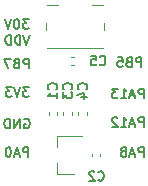
<source format=gbr>
%TF.GenerationSoftware,KiCad,Pcbnew,(5.1.7-0-10_14)*%
%TF.CreationDate,2020-11-09T11:56:13+00:00*%
%TF.ProjectId,STM32G031J6_Breakout,53544d33-3247-4303-9331-4a365f427265,rev?*%
%TF.SameCoordinates,Original*%
%TF.FileFunction,Legend,Bot*%
%TF.FilePolarity,Positive*%
%FSLAX46Y46*%
G04 Gerber Fmt 4.6, Leading zero omitted, Abs format (unit mm)*
G04 Created by KiCad (PCBNEW (5.1.7-0-10_14)) date 2020-11-09 11:56:13*
%MOMM*%
%LPD*%
G01*
G04 APERTURE LIST*
%ADD10C,0.150000*%
%ADD11C,0.120000*%
G04 APERTURE END LIST*
D10*
X143300285Y-99421904D02*
X143300285Y-98621904D01*
X142995523Y-98621904D01*
X142919333Y-98660000D01*
X142881238Y-98698095D01*
X142843142Y-98774285D01*
X142843142Y-98888571D01*
X142881238Y-98964761D01*
X142919333Y-99002857D01*
X142995523Y-99040952D01*
X143300285Y-99040952D01*
X142538380Y-99193333D02*
X142157428Y-99193333D01*
X142614571Y-99421904D02*
X142347904Y-98621904D01*
X142081238Y-99421904D01*
X141395523Y-99421904D02*
X141852666Y-99421904D01*
X141624095Y-99421904D02*
X141624095Y-98621904D01*
X141700285Y-98736190D01*
X141776476Y-98812380D01*
X141852666Y-98850476D01*
X141090761Y-98698095D02*
X141052666Y-98660000D01*
X140976476Y-98621904D01*
X140786000Y-98621904D01*
X140709809Y-98660000D01*
X140671714Y-98698095D01*
X140633619Y-98774285D01*
X140633619Y-98850476D01*
X140671714Y-98964761D01*
X141128857Y-99421904D01*
X140633619Y-99421904D01*
X143300333Y-101961904D02*
X143300333Y-101161904D01*
X142995571Y-101161904D01*
X142919380Y-101200000D01*
X142881285Y-101238095D01*
X142843190Y-101314285D01*
X142843190Y-101428571D01*
X142881285Y-101504761D01*
X142919380Y-101542857D01*
X142995571Y-101580952D01*
X143300333Y-101580952D01*
X142538428Y-101733333D02*
X142157476Y-101733333D01*
X142614619Y-101961904D02*
X142347952Y-101161904D01*
X142081285Y-101961904D01*
X141700333Y-101504761D02*
X141776523Y-101466666D01*
X141814619Y-101428571D01*
X141852714Y-101352380D01*
X141852714Y-101314285D01*
X141814619Y-101238095D01*
X141776523Y-101200000D01*
X141700333Y-101161904D01*
X141547952Y-101161904D01*
X141471761Y-101200000D01*
X141433666Y-101238095D01*
X141395571Y-101314285D01*
X141395571Y-101352380D01*
X141433666Y-101428571D01*
X141471761Y-101466666D01*
X141547952Y-101504761D01*
X141700333Y-101504761D01*
X141776523Y-101542857D01*
X141814619Y-101580952D01*
X141852714Y-101657142D01*
X141852714Y-101809523D01*
X141814619Y-101885714D01*
X141776523Y-101923809D01*
X141700333Y-101961904D01*
X141547952Y-101961904D01*
X141471761Y-101923809D01*
X141433666Y-101885714D01*
X141395571Y-101809523D01*
X141395571Y-101657142D01*
X141433666Y-101580952D01*
X141471761Y-101542857D01*
X141547952Y-101504761D01*
X143300285Y-97008904D02*
X143300285Y-96208904D01*
X142995523Y-96208904D01*
X142919333Y-96247000D01*
X142881238Y-96285095D01*
X142843142Y-96361285D01*
X142843142Y-96475571D01*
X142881238Y-96551761D01*
X142919333Y-96589857D01*
X142995523Y-96627952D01*
X143300285Y-96627952D01*
X142538380Y-96780333D02*
X142157428Y-96780333D01*
X142614571Y-97008904D02*
X142347904Y-96208904D01*
X142081238Y-97008904D01*
X141395523Y-97008904D02*
X141852666Y-97008904D01*
X141624095Y-97008904D02*
X141624095Y-96208904D01*
X141700285Y-96323190D01*
X141776476Y-96399380D01*
X141852666Y-96437476D01*
X141128857Y-96208904D02*
X140633619Y-96208904D01*
X140900285Y-96513666D01*
X140786000Y-96513666D01*
X140709809Y-96551761D01*
X140671714Y-96589857D01*
X140633619Y-96666047D01*
X140633619Y-96856523D01*
X140671714Y-96932714D01*
X140709809Y-96970809D01*
X140786000Y-97008904D01*
X141014571Y-97008904D01*
X141090761Y-96970809D01*
X141128857Y-96932714D01*
X143103476Y-94341904D02*
X143103476Y-93541904D01*
X142798714Y-93541904D01*
X142722523Y-93580000D01*
X142684428Y-93618095D01*
X142646333Y-93694285D01*
X142646333Y-93808571D01*
X142684428Y-93884761D01*
X142722523Y-93922857D01*
X142798714Y-93960952D01*
X143103476Y-93960952D01*
X142036809Y-93922857D02*
X141922523Y-93960952D01*
X141884428Y-93999047D01*
X141846333Y-94075238D01*
X141846333Y-94189523D01*
X141884428Y-94265714D01*
X141922523Y-94303809D01*
X141998714Y-94341904D01*
X142303476Y-94341904D01*
X142303476Y-93541904D01*
X142036809Y-93541904D01*
X141960619Y-93580000D01*
X141922523Y-93618095D01*
X141884428Y-93694285D01*
X141884428Y-93770476D01*
X141922523Y-93846666D01*
X141960619Y-93884761D01*
X142036809Y-93922857D01*
X142303476Y-93922857D01*
X141122523Y-93541904D02*
X141503476Y-93541904D01*
X141541571Y-93922857D01*
X141503476Y-93884761D01*
X141427285Y-93846666D01*
X141236809Y-93846666D01*
X141160619Y-93884761D01*
X141122523Y-93922857D01*
X141084428Y-93999047D01*
X141084428Y-94189523D01*
X141122523Y-94265714D01*
X141160619Y-94303809D01*
X141236809Y-94341904D01*
X141427285Y-94341904D01*
X141503476Y-94303809D01*
X141541571Y-94265714D01*
X133521333Y-101961904D02*
X133521333Y-101161904D01*
X133216571Y-101161904D01*
X133140380Y-101200000D01*
X133102285Y-101238095D01*
X133064190Y-101314285D01*
X133064190Y-101428571D01*
X133102285Y-101504761D01*
X133140380Y-101542857D01*
X133216571Y-101580952D01*
X133521333Y-101580952D01*
X132759428Y-101733333D02*
X132378476Y-101733333D01*
X132835619Y-101961904D02*
X132568952Y-101161904D01*
X132302285Y-101961904D01*
X131883238Y-101161904D02*
X131807047Y-101161904D01*
X131730857Y-101200000D01*
X131692761Y-101238095D01*
X131654666Y-101314285D01*
X131616571Y-101466666D01*
X131616571Y-101657142D01*
X131654666Y-101809523D01*
X131692761Y-101885714D01*
X131730857Y-101923809D01*
X131807047Y-101961904D01*
X131883238Y-101961904D01*
X131959428Y-101923809D01*
X131997523Y-101885714D01*
X132035619Y-101809523D01*
X132073714Y-101657142D01*
X132073714Y-101466666D01*
X132035619Y-101314285D01*
X131997523Y-101238095D01*
X131959428Y-101200000D01*
X131883238Y-101161904D01*
X133197523Y-98787000D02*
X133273714Y-98748904D01*
X133388000Y-98748904D01*
X133502285Y-98787000D01*
X133578476Y-98863190D01*
X133616571Y-98939380D01*
X133654666Y-99091761D01*
X133654666Y-99206047D01*
X133616571Y-99358428D01*
X133578476Y-99434619D01*
X133502285Y-99510809D01*
X133388000Y-99548904D01*
X133311809Y-99548904D01*
X133197523Y-99510809D01*
X133159428Y-99472714D01*
X133159428Y-99206047D01*
X133311809Y-99206047D01*
X132816571Y-99548904D02*
X132816571Y-98748904D01*
X132359428Y-99548904D01*
X132359428Y-98748904D01*
X131978476Y-99548904D02*
X131978476Y-98748904D01*
X131788000Y-98748904D01*
X131673714Y-98787000D01*
X131597523Y-98863190D01*
X131559428Y-98939380D01*
X131521333Y-99091761D01*
X131521333Y-99206047D01*
X131559428Y-99358428D01*
X131597523Y-99434619D01*
X131673714Y-99510809D01*
X131788000Y-99548904D01*
X131978476Y-99548904D01*
X133578476Y-96081904D02*
X133083238Y-96081904D01*
X133349904Y-96386666D01*
X133235619Y-96386666D01*
X133159428Y-96424761D01*
X133121333Y-96462857D01*
X133083238Y-96539047D01*
X133083238Y-96729523D01*
X133121333Y-96805714D01*
X133159428Y-96843809D01*
X133235619Y-96881904D01*
X133464190Y-96881904D01*
X133540380Y-96843809D01*
X133578476Y-96805714D01*
X132854666Y-96081904D02*
X132588000Y-96881904D01*
X132321333Y-96081904D01*
X132130857Y-96081904D02*
X131635619Y-96081904D01*
X131902285Y-96386666D01*
X131788000Y-96386666D01*
X131711809Y-96424761D01*
X131673714Y-96462857D01*
X131635619Y-96539047D01*
X131635619Y-96729523D01*
X131673714Y-96805714D01*
X131711809Y-96843809D01*
X131788000Y-96881904D01*
X132016571Y-96881904D01*
X132092761Y-96843809D01*
X132130857Y-96805714D01*
X133578476Y-94468904D02*
X133578476Y-93668904D01*
X133273714Y-93668904D01*
X133197523Y-93707000D01*
X133159428Y-93745095D01*
X133121333Y-93821285D01*
X133121333Y-93935571D01*
X133159428Y-94011761D01*
X133197523Y-94049857D01*
X133273714Y-94087952D01*
X133578476Y-94087952D01*
X132511809Y-94049857D02*
X132397523Y-94087952D01*
X132359428Y-94126047D01*
X132321333Y-94202238D01*
X132321333Y-94316523D01*
X132359428Y-94392714D01*
X132397523Y-94430809D01*
X132473714Y-94468904D01*
X132778476Y-94468904D01*
X132778476Y-93668904D01*
X132511809Y-93668904D01*
X132435619Y-93707000D01*
X132397523Y-93745095D01*
X132359428Y-93821285D01*
X132359428Y-93897476D01*
X132397523Y-93973666D01*
X132435619Y-94011761D01*
X132511809Y-94049857D01*
X132778476Y-94049857D01*
X132054666Y-93668904D02*
X131521333Y-93668904D01*
X131864190Y-94468904D01*
X133578476Y-90326904D02*
X133083238Y-90326904D01*
X133349904Y-90631666D01*
X133235619Y-90631666D01*
X133159428Y-90669761D01*
X133121333Y-90707857D01*
X133083238Y-90784047D01*
X133083238Y-90974523D01*
X133121333Y-91050714D01*
X133159428Y-91088809D01*
X133235619Y-91126904D01*
X133464190Y-91126904D01*
X133540380Y-91088809D01*
X133578476Y-91050714D01*
X132588000Y-90326904D02*
X132511809Y-90326904D01*
X132435619Y-90365000D01*
X132397523Y-90403095D01*
X132359428Y-90479285D01*
X132321333Y-90631666D01*
X132321333Y-90822142D01*
X132359428Y-90974523D01*
X132397523Y-91050714D01*
X132435619Y-91088809D01*
X132511809Y-91126904D01*
X132588000Y-91126904D01*
X132664190Y-91088809D01*
X132702285Y-91050714D01*
X132740380Y-90974523D01*
X132778476Y-90822142D01*
X132778476Y-90631666D01*
X132740380Y-90479285D01*
X132702285Y-90403095D01*
X132664190Y-90365000D01*
X132588000Y-90326904D01*
X132092761Y-90326904D02*
X131826095Y-91126904D01*
X131559428Y-90326904D01*
X133654666Y-91676904D02*
X133388000Y-92476904D01*
X133121333Y-91676904D01*
X132854666Y-92476904D02*
X132854666Y-91676904D01*
X132664190Y-91676904D01*
X132549904Y-91715000D01*
X132473714Y-91791190D01*
X132435619Y-91867380D01*
X132397523Y-92019761D01*
X132397523Y-92134047D01*
X132435619Y-92286428D01*
X132473714Y-92362619D01*
X132549904Y-92438809D01*
X132664190Y-92476904D01*
X132854666Y-92476904D01*
X132054666Y-92476904D02*
X132054666Y-91676904D01*
X131864190Y-91676904D01*
X131749904Y-91715000D01*
X131673714Y-91791190D01*
X131635619Y-91867380D01*
X131597523Y-92019761D01*
X131597523Y-92134047D01*
X131635619Y-92286428D01*
X131673714Y-92362619D01*
X131749904Y-92438809D01*
X131864190Y-92476904D01*
X132054666Y-92476904D01*
D11*
%TO.C,U1*%
X135955500Y-103408600D02*
X135955500Y-102478600D01*
X135955500Y-100248600D02*
X135955500Y-101178600D01*
X135955500Y-100248600D02*
X138115500Y-100248600D01*
X135955500Y-103408600D02*
X137415500Y-103408600D01*
%TO.C,SW1*%
X135127500Y-89082000D02*
X136052500Y-89082000D01*
X135127500Y-92782000D02*
X139827500Y-92782000D01*
X139927500Y-91207000D02*
X139927500Y-90657000D01*
X135027500Y-91207000D02*
X135027500Y-90657000D01*
X138902500Y-89082000D02*
X139827500Y-89082000D01*
%TO.C,C5*%
X137171165Y-94213000D02*
X137402835Y-94213000D01*
X137171165Y-93493000D02*
X137402835Y-93493000D01*
%TO.C,C4*%
X137752500Y-98182165D02*
X137752500Y-98413835D01*
X138472500Y-98182165D02*
X138472500Y-98413835D01*
%TO.C,C3*%
X136482500Y-98182165D02*
X136482500Y-98413835D01*
X137202500Y-98182165D02*
X137202500Y-98413835D01*
%TO.C,C2*%
X139615500Y-101944435D02*
X139615500Y-101712765D01*
X138895500Y-101944435D02*
X138895500Y-101712765D01*
%TO.C,C1*%
X135996000Y-98413835D02*
X135996000Y-98182165D01*
X135276000Y-98413835D02*
X135276000Y-98182165D01*
%TO.C,C5*%
D10*
X139579333Y-94138714D02*
X139617428Y-94176809D01*
X139731714Y-94214904D01*
X139807904Y-94214904D01*
X139922190Y-94176809D01*
X139998380Y-94100619D01*
X140036476Y-94024428D01*
X140074571Y-93872047D01*
X140074571Y-93757761D01*
X140036476Y-93605380D01*
X139998380Y-93529190D01*
X139922190Y-93453000D01*
X139807904Y-93414904D01*
X139731714Y-93414904D01*
X139617428Y-93453000D01*
X139579333Y-93491095D01*
X138855523Y-93414904D02*
X139236476Y-93414904D01*
X139274571Y-93795857D01*
X139236476Y-93757761D01*
X139160285Y-93719666D01*
X138969809Y-93719666D01*
X138893619Y-93757761D01*
X138855523Y-93795857D01*
X138817428Y-93872047D01*
X138817428Y-94062523D01*
X138855523Y-94138714D01*
X138893619Y-94176809D01*
X138969809Y-94214904D01*
X139160285Y-94214904D01*
X139236476Y-94176809D01*
X139274571Y-94138714D01*
%TO.C,C4*%
X138461714Y-96259666D02*
X138499809Y-96221571D01*
X138537904Y-96107285D01*
X138537904Y-96031095D01*
X138499809Y-95916809D01*
X138423619Y-95840619D01*
X138347428Y-95802523D01*
X138195047Y-95764428D01*
X138080761Y-95764428D01*
X137928380Y-95802523D01*
X137852190Y-95840619D01*
X137776000Y-95916809D01*
X137737904Y-96031095D01*
X137737904Y-96107285D01*
X137776000Y-96221571D01*
X137814095Y-96259666D01*
X138004571Y-96945380D02*
X138537904Y-96945380D01*
X137699809Y-96754904D02*
X138271238Y-96564428D01*
X138271238Y-97059666D01*
%TO.C,C3*%
X137191714Y-96259666D02*
X137229809Y-96221571D01*
X137267904Y-96107285D01*
X137267904Y-96031095D01*
X137229809Y-95916809D01*
X137153619Y-95840619D01*
X137077428Y-95802523D01*
X136925047Y-95764428D01*
X136810761Y-95764428D01*
X136658380Y-95802523D01*
X136582190Y-95840619D01*
X136506000Y-95916809D01*
X136467904Y-96031095D01*
X136467904Y-96107285D01*
X136506000Y-96221571D01*
X136544095Y-96259666D01*
X136467904Y-96526333D02*
X136467904Y-97021571D01*
X136772666Y-96754904D01*
X136772666Y-96869190D01*
X136810761Y-96945380D01*
X136848857Y-96983476D01*
X136925047Y-97021571D01*
X137115523Y-97021571D01*
X137191714Y-96983476D01*
X137229809Y-96945380D01*
X137267904Y-96869190D01*
X137267904Y-96640619D01*
X137229809Y-96564428D01*
X137191714Y-96526333D01*
%TO.C,C2*%
X139452333Y-103917714D02*
X139490428Y-103955809D01*
X139604714Y-103993904D01*
X139680904Y-103993904D01*
X139795190Y-103955809D01*
X139871380Y-103879619D01*
X139909476Y-103803428D01*
X139947571Y-103651047D01*
X139947571Y-103536761D01*
X139909476Y-103384380D01*
X139871380Y-103308190D01*
X139795190Y-103232000D01*
X139680904Y-103193904D01*
X139604714Y-103193904D01*
X139490428Y-103232000D01*
X139452333Y-103270095D01*
X139147571Y-103270095D02*
X139109476Y-103232000D01*
X139033285Y-103193904D01*
X138842809Y-103193904D01*
X138766619Y-103232000D01*
X138728523Y-103270095D01*
X138690428Y-103346285D01*
X138690428Y-103422476D01*
X138728523Y-103536761D01*
X139185666Y-103993904D01*
X138690428Y-103993904D01*
%TO.C,C1*%
X135921714Y-96259666D02*
X135959809Y-96221571D01*
X135997904Y-96107285D01*
X135997904Y-96031095D01*
X135959809Y-95916809D01*
X135883619Y-95840619D01*
X135807428Y-95802523D01*
X135655047Y-95764428D01*
X135540761Y-95764428D01*
X135388380Y-95802523D01*
X135312190Y-95840619D01*
X135236000Y-95916809D01*
X135197904Y-96031095D01*
X135197904Y-96107285D01*
X135236000Y-96221571D01*
X135274095Y-96259666D01*
X135997904Y-97021571D02*
X135997904Y-96564428D01*
X135997904Y-96793000D02*
X135197904Y-96793000D01*
X135312190Y-96716809D01*
X135388380Y-96640619D01*
X135426476Y-96564428D01*
%TD*%
M02*

</source>
